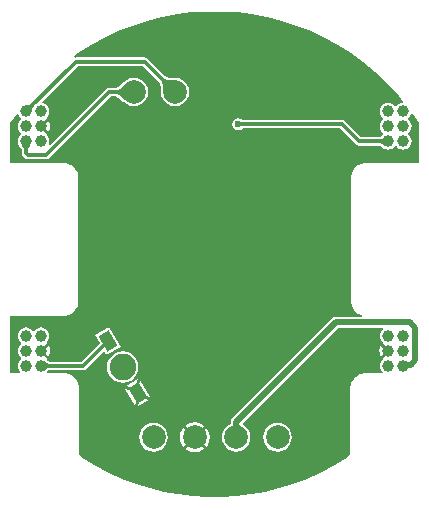
<source format=gbl>
G04*
G04 #@! TF.GenerationSoftware,Altium Limited,Altium Designer,20.1.8 (145)*
G04*
G04 Layer_Physical_Order=2*
G04 Layer_Color=16711680*
%FSTAX43Y43*%
%MOMM*%
G71*
G04*
G04 #@! TF.SameCoordinates,8B20E40A-8CB9-48A9-811E-0C373115A3CC*
G04*
G04*
G04 #@! TF.FilePolarity,Positive*
G04*
G01*
G75*
%ADD19C,0.300*%
%ADD20C,0.500*%
%ADD21C,2.000*%
%ADD22C,1.000*%
%ADD23C,2.250*%
%ADD24C,0.600*%
G04:AMPARAMS|DCode=25|XSize=1.5mm|YSize=1mm|CornerRadius=0mm|HoleSize=0mm|Usage=FLASHONLY|Rotation=300.000|XOffset=0mm|YOffset=0mm|HoleType=Round|Shape=Rectangle|*
%AMROTATEDRECTD25*
4,1,4,-0.808,0.400,0.058,0.900,0.808,-0.400,-0.058,-0.900,-0.808,0.400,0.0*
%
%ADD25ROTATEDRECTD25*%

G36*
X0101134Y0112463D02*
X0101198Y0112423D01*
X0101272Y0112388D01*
X0101357Y0112358D01*
X0101452Y0112332D01*
X0101558Y0112312D01*
X0101675Y0112296D01*
X010194Y011228D01*
X0102089Y0112279D01*
X0101099Y0111289D01*
X0101098Y0111438D01*
X0101082Y0111703D01*
X0101066Y011182D01*
X0101046Y0111926D01*
X010102Y0112021D01*
X010099Y0112106D01*
X0100955Y011218D01*
X0100915Y0112244D01*
X010087Y0112296D01*
X0101082Y0112508D01*
X0101134Y0112463D01*
D02*
G37*
G36*
X0097885Y0110579D02*
X0097779Y0110684D01*
X009758Y0110859D01*
X0097486Y0110931D01*
X0097397Y0110992D01*
X0097311Y0111041D01*
X009723Y0111079D01*
X0097153Y0111107D01*
X0097079Y0111123D01*
X009701Y0111129D01*
Y0111429D01*
X0097079Y0111435D01*
X0097153Y0111451D01*
X009723Y0111479D01*
X0097311Y0111517D01*
X0097397Y0111566D01*
X0097486Y0111627D01*
X009758Y0111699D01*
X0097779Y0111874D01*
X0097885Y0111979D01*
Y0110579D01*
D02*
G37*
G36*
X010737Y011802D02*
X010865Y0117859D01*
X0109917Y0117619D01*
X0111167Y0117299D01*
X0112394Y0116902D01*
X0113593Y0116428D01*
X0114761Y011588D01*
X0115892Y011526D01*
X0116982Y011457D01*
X0118026Y0113814D01*
X0119021Y0112993D01*
X0119962Y0112111D01*
X0120847Y0111173D01*
X0121428Y0110473D01*
X0121367Y0110347D01*
X0121236Y011033D01*
X0121066Y0110259D01*
X0120919Y0110147D01*
X0120862Y0110073D01*
X0120705D01*
X0120648Y0110147D01*
X0120502Y0110259D01*
X0120331Y011033D01*
X0120149Y0110354D01*
X0119966Y011033D01*
X0119796Y0110259D01*
X0119649Y0110147D01*
X0119537Y0110001D01*
X0119467Y010983D01*
X0119443Y0109648D01*
X0119467Y0109465D01*
X0119537Y0109295D01*
X0119649Y0109148D01*
X0119724Y0109091D01*
Y0108934D01*
X0119649Y0108877D01*
X0119537Y0108731D01*
X0119467Y010856D01*
X0119443Y0108378D01*
X0119467Y0108195D01*
X0119537Y0108025D01*
X0119649Y0107878D01*
X0119724Y0107821D01*
Y0107664D01*
X0119649Y0107607D01*
X011964Y0107595D01*
X0119615Y0107571D01*
X0119585Y0107546D01*
X0119556Y0107524D01*
X0119528Y0107506D01*
X0119501Y0107492D01*
X0119475Y0107481D01*
X0119449Y0107472D01*
X0119423Y0107467D01*
X0119409Y0107465D01*
X0117793D01*
X0116451Y0108806D01*
X0116336Y0108884D01*
X0116199Y0108911D01*
X0107832D01*
X0107826Y0108912D01*
X0107812Y0108914D01*
X010781Y0108914D01*
X0107809Y0108914D01*
X0107644Y0109025D01*
X0107449Y0109064D01*
X0107254Y0109025D01*
X0107089Y0108914D01*
X0106978Y0108749D01*
X0106939Y0108554D01*
X0106978Y0108359D01*
X0107089Y0108194D01*
X0107254Y0108083D01*
X0107449Y0108044D01*
X0107644Y0108083D01*
X0107809Y0108194D01*
X010781Y0108194D01*
X0107812Y0108194D01*
X0107823Y0108196D01*
X0107837Y0108197D01*
X0116051D01*
X0117393Y0106855D01*
X0117509Y0106778D01*
X0117645Y0106751D01*
X0119409D01*
X0119423Y0106749D01*
X0119449Y0106743D01*
X0119475Y0106735D01*
X0119501Y0106723D01*
X0119528Y0106709D01*
X0119556Y0106691D01*
X0119585Y010667D01*
X0119615Y0106644D01*
X011964Y010662D01*
X0119649Y0106608D01*
X0119796Y0106496D01*
X0119966Y0106426D01*
X0120149Y0106402D01*
X0120331Y0106426D01*
X0120502Y0106496D01*
X0120648Y0106608D01*
X0120705Y0106683D01*
X0120862D01*
X0120919Y0106608D01*
X0121066Y0106496D01*
X0121236Y0106426D01*
X0121419Y0106402D01*
X0121601Y0106426D01*
X0121772Y0106496D01*
X0121918Y0106608D01*
X012203Y0106755D01*
X0122101Y0106925D01*
X0122125Y0107108D01*
X0122101Y010729D01*
X012203Y0107461D01*
X0121918Y0107607D01*
X0121844Y0107664D01*
Y0107821D01*
X0121918Y0107878D01*
X012203Y0108025D01*
X0122101Y0108195D01*
X0122125Y0108378D01*
X0122101Y010856D01*
X012203Y0108731D01*
X0121918Y0108877D01*
X0121844Y0108934D01*
Y0109091D01*
X0121918Y0109148D01*
X012203Y0109295D01*
X0122077Y0109407D01*
X0122218Y0109429D01*
X012243Y0109138D01*
X0122745Y0108644D01*
Y0105258D01*
X0118199D01*
X0118194Y0105257D01*
X0118189Y0105258D01*
X0118091Y0105253D01*
X0118076Y0105249D01*
X0118061D01*
X0117869Y0105211D01*
X011785Y0105203D01*
X0117831Y0105199D01*
X011765Y0105124D01*
X0117633Y0105113D01*
X0117614Y0105105D01*
X0117451Y0104997D01*
X0117437Y0104982D01*
X011742Y0104971D01*
X0117282Y0104833D01*
X0117271Y0104816D01*
X0117256Y0104802D01*
X0117148Y0104639D01*
X011714Y010462D01*
X0117129Y0104603D01*
X0117054Y0104422D01*
X011705Y0104403D01*
X0117042Y0104384D01*
X0117004Y0104192D01*
Y0104177D01*
X0117Y0104162D01*
X0116995Y0104064D01*
X0116996Y0104059D01*
X0116995Y0104054D01*
Y0093554D01*
X0116996Y0093549D01*
X0116995Y0093544D01*
X0117Y0093446D01*
X0117004Y0093431D01*
Y0093416D01*
X0117042Y0093224D01*
X011705Y0093205D01*
X0117054Y0093186D01*
X0117129Y0093005D01*
X011714Y0092988D01*
X0117148Y0092969D01*
X0117256Y0092806D01*
X0117271Y0092792D01*
X0117282Y0092775D01*
X011742Y0092637D01*
X0117437Y0092626D01*
X0117451Y0092611D01*
X0117614Y0092503D01*
X0117633Y0092495D01*
X011765Y0092484D01*
X0117831Y0092409D01*
X011785Y0092405D01*
X0117869Y0092397D01*
X0117905Y009239D01*
X0117893Y0092263D01*
X0115699D01*
X0115523Y0092228D01*
X0115375Y0092128D01*
X010695Y0083703D01*
X010685Y0083555D01*
X0106815Y0083379D01*
Y0083266D01*
X0106811Y0083228D01*
X0106804Y0083194D01*
X0106798Y0083169D01*
X0106792Y0083154D01*
X010679Y0083152D01*
X0106669Y0083102D01*
X0106418Y008291D01*
X0106226Y0082659D01*
X0106105Y0082367D01*
X0106064Y0082054D01*
X0106105Y0081741D01*
X0106226Y0081449D01*
X0106418Y0081198D01*
X0106669Y0081006D01*
X0106961Y0080885D01*
X0107274Y0080844D01*
X0107587Y0080885D01*
X0107879Y0081006D01*
X010813Y0081198D01*
X0108322Y0081449D01*
X0108443Y0081741D01*
X0108484Y0082054D01*
X0108443Y0082367D01*
X0108322Y0082659D01*
X010813Y008291D01*
X0107879Y0083102D01*
X0107841Y0083118D01*
X0107812Y0083268D01*
X0115889Y0091345D01*
X0119699D01*
X0119742Y0091218D01*
X0119649Y0091147D01*
X0119537Y0091001D01*
X0119467Y009083D01*
X0119443Y0090648D01*
X0119467Y0090465D01*
X0119537Y0090295D01*
X0119649Y0090148D01*
X0119678Y0090127D01*
Y0090028D01*
X0120239Y0089468D01*
X0120149Y0089378D01*
X0120239Y0089288D01*
X0119678Y0088727D01*
Y0088629D01*
X0119649Y0088607D01*
X0119537Y0088461D01*
X0119467Y008829D01*
X0119443Y0088108D01*
X0119467Y0087925D01*
X0119537Y0087755D01*
X0119649Y0087608D01*
X011968Y0087585D01*
X0119637Y0087458D01*
X0118149D01*
X0118144Y0087457D01*
X0118139Y0087458D01*
X0118041Y0087453D01*
X0118026Y0087449D01*
X0118011D01*
X0117819Y0087411D01*
X01178Y0087403D01*
X0117781Y0087399D01*
X01176Y0087324D01*
X0117583Y0087313D01*
X0117564Y0087305D01*
X0117401Y0087197D01*
X0117387Y0087182D01*
X011737Y0087171D01*
X0117232Y0087033D01*
X0117221Y0087016D01*
X0117206Y0087002D01*
X0117098Y0086839D01*
X011709Y008682D01*
X0117079Y0086803D01*
X0117004Y0086622D01*
X0117Y0086603D01*
X0116992Y0086584D01*
X0116954Y0086392D01*
Y0086377D01*
X011695Y0086362D01*
X0116945Y0086264D01*
X0116946Y0086259D01*
X0116945Y0086254D01*
Y0080525D01*
X0116525Y0080238D01*
X0115468Y0079606D01*
X0114375Y0079038D01*
X011325Y0078536D01*
X0112097Y0078103D01*
X011092Y007774D01*
X0109723Y0077448D01*
X0108511Y0077228D01*
X0107288Y0077081D01*
X0106058Y0077008D01*
X0104826Y0077008D01*
X0103597Y0077082D01*
X0102374Y007723D01*
X0101162Y0077451D01*
X0099965Y0077744D01*
X0098788Y0078108D01*
X0097635Y0078542D01*
X0096511Y0079044D01*
X0095418Y0079613D01*
X0094361Y0080246D01*
X0093941Y0080533D01*
Y0086262D01*
X009394Y0086267D01*
X0093941Y0086272D01*
X0093936Y008637D01*
X0093933Y0086385D01*
Y00864D01*
X0093894Y0086592D01*
X0093887Y0086611D01*
X0093883Y008663D01*
X0093808Y0086811D01*
X0093797Y0086828D01*
X0093789Y0086847D01*
X009368Y008701D01*
X0093666Y0087024D01*
X0093655Y008704D01*
X0093516Y0087179D01*
X0093499Y008719D01*
X0093485Y0087204D01*
X0093322Y0087313D01*
X0093304Y0087321D01*
X0093287Y0087332D01*
X0093106Y0087407D01*
X0093086Y0087411D01*
X0093068Y0087419D01*
X0092875Y0087457D01*
X009286D01*
X0092846Y0087461D01*
X0092748Y0087466D01*
X0092743Y0087465D01*
X0092738Y0087466D01*
X0091271D01*
X0091228Y0087593D01*
X0091248Y0087608D01*
X0091257Y008762D01*
X0091282Y0087644D01*
X0091312Y008767D01*
X0091341Y0087691D01*
X0091369Y0087709D01*
X0091396Y0087723D01*
X0091423Y0087735D01*
X0091449Y0087743D01*
X0091474Y0087749D01*
X0091488Y0087751D01*
X0094304D01*
X0094441Y0087778D01*
X0094557Y0087855D01*
X0095998Y0089296D01*
X0096123Y008928D01*
X0096268Y008903D01*
X009748Y008973D01*
X009653Y0091375D01*
X0095318Y0090675D01*
X0095702Y009001D01*
X0094156Y0088465D01*
X0091488D01*
X0091474Y0088467D01*
X0091449Y0088472D01*
X0091423Y0088481D01*
X0091396Y0088492D01*
X0091369Y0088506D01*
X0091341Y0088524D01*
X0091312Y0088546D01*
X0091282Y0088571D01*
X0091257Y0088595D01*
X0091248Y0088607D01*
X009122Y0088629D01*
Y0088727D01*
X0090659Y0089288D01*
X0090749Y0089378D01*
X0090659Y0089468D01*
X009122Y0090028D01*
Y0090127D01*
X0091248Y0090148D01*
X009136Y0090295D01*
X0091431Y0090465D01*
X0091455Y0090648D01*
X0091431Y009083D01*
X009136Y0091001D01*
X0091248Y0091147D01*
X0091102Y0091259D01*
X0090931Y009133D01*
X0090749Y0091354D01*
X0090566Y009133D01*
X0090396Y0091259D01*
X0090249Y0091147D01*
X0090192Y0091073D01*
X0090035D01*
X0089978Y0091147D01*
X0089832Y0091259D01*
X0089661Y009133D01*
X0089479Y0091354D01*
X0089296Y009133D01*
X0089126Y0091259D01*
X0088979Y0091147D01*
X0088867Y0091001D01*
X0088797Y009083D01*
X0088773Y0090648D01*
X0088797Y0090465D01*
X0088867Y0090295D01*
X0088979Y0090148D01*
X0089054Y0090091D01*
Y0089934D01*
X0088979Y0089877D01*
X0088867Y0089731D01*
X0088797Y008956D01*
X0088773Y0089378D01*
X0088797Y0089195D01*
X0088867Y0089025D01*
X0088979Y0088878D01*
X0089054Y0088821D01*
Y0088664D01*
X0088979Y0088607D01*
X0088867Y0088461D01*
X0088797Y008829D01*
X0088773Y0088108D01*
X0088797Y0087925D01*
X0088867Y0087755D01*
X0088979Y0087608D01*
X0089Y0087593D01*
X0088957Y0087466D01*
X0088141D01*
Y009235D01*
X0092699D01*
X0092704Y0092351D01*
X0092709Y009235D01*
X0092807Y0092355D01*
X0092822Y0092359D01*
X0092837D01*
X0093029Y0092397D01*
X0093048Y0092405D01*
X0093067Y0092409D01*
X0093248Y0092484D01*
X0093265Y0092495D01*
X0093284Y0092503D01*
X0093447Y0092611D01*
X0093461Y0092626D01*
X0093478Y0092637D01*
X0093616Y0092775D01*
X0093627Y0092792D01*
X0093642Y0092806D01*
X009375Y0092969D01*
X0093758Y0092988D01*
X0093769Y0093005D01*
X0093844Y0093186D01*
X0093848Y0093205D01*
X0093856Y0093224D01*
X0093894Y0093416D01*
Y0093431D01*
X0093898Y0093446D01*
X0093903Y0093544D01*
X0093902Y0093549D01*
X0093903Y0093554D01*
Y0104054D01*
X0093902Y0104059D01*
X0093903Y0104064D01*
X0093898Y0104162D01*
X0093894Y0104177D01*
Y0104192D01*
X0093856Y0104384D01*
X0093848Y0104403D01*
X0093844Y0104422D01*
X0093769Y0104603D01*
X0093758Y010462D01*
X009375Y0104639D01*
X0093642Y0104802D01*
X0093627Y0104816D01*
X0093616Y0104833D01*
X0093478Y0104971D01*
X0093461Y0104982D01*
X0093447Y0104997D01*
X0093284Y0105105D01*
X0093265Y0105113D01*
X0093248Y0105124D01*
X0093067Y0105199D01*
X0093048Y0105203D01*
X0093029Y0105211D01*
X0092837Y0105249D01*
X0092822D01*
X0092807Y0105253D01*
X0092709Y0105258D01*
X0092704Y0105257D01*
X0092699Y0105258D01*
X0088141D01*
Y0108626D01*
X0088456Y010912D01*
X0088679Y0109428D01*
X0088821Y0109407D01*
X0088867Y0109295D01*
X0088979Y0109148D01*
X0089054Y0109091D01*
Y0108934D01*
X0088979Y0108877D01*
X0088867Y0108731D01*
X0088797Y010856D01*
X0088773Y0108378D01*
X0088797Y0108195D01*
X0088867Y0108025D01*
X0088979Y0107878D01*
X0089054Y0107821D01*
Y0107664D01*
X0088979Y0107607D01*
X0088867Y0107461D01*
X0088797Y010729D01*
X0088773Y0107108D01*
X0088797Y0106925D01*
X0088867Y0106755D01*
X0088979Y0106608D01*
X0088991Y01066D01*
X0089015Y0106574D01*
X0089041Y0106544D01*
X0089062Y0106515D01*
X008908Y0106487D01*
X0089094Y010646D01*
X0089106Y0106434D01*
X0089114Y0106408D01*
X008912Y0106382D01*
X0089122Y0106368D01*
Y0106105D01*
X0089149Y0105968D01*
X0089226Y0105852D01*
X0089402Y0105677D01*
X0089518Y0105599D01*
X0089654Y0105572D01*
X0091174D01*
X0091311Y0105599D01*
X0091426Y0105677D01*
X0096672Y0110922D01*
X0097039D01*
X0097049Y0110921D01*
X0097096Y0110911D01*
X0097152Y0110891D01*
X0097216Y011086D01*
X0097288Y0110819D01*
X0097367Y0110765D01*
X009745Y0110702D01*
X009764Y0110534D01*
X0097714Y0110461D01*
X0097743Y0110423D01*
X0097994Y0110231D01*
X0098286Y011011D01*
X0098599Y0110069D01*
X0098912Y011011D01*
X0099204Y0110231D01*
X0099455Y0110423D01*
X0099647Y0110674D01*
X0099768Y0110966D01*
X0099809Y0111279D01*
X0099768Y0111592D01*
X0099647Y0111884D01*
X0099455Y0112135D01*
X0099204Y0112327D01*
X0098912Y0112448D01*
X0098599Y0112489D01*
X0098286Y0112448D01*
X0097994Y0112327D01*
X0097743Y0112135D01*
X0097714Y0112097D01*
X009764Y0112024D01*
X009745Y0111856D01*
X0097367Y0111793D01*
X0097288Y0111739D01*
X0097216Y0111698D01*
X0097152Y0111667D01*
X0097096Y0111647D01*
X0097049Y0111637D01*
X0097039Y0111636D01*
X0096524D01*
X0096387Y0111609D01*
X0096272Y0111531D01*
X0091499Y0106759D01*
X0091392Y0106831D01*
X0091431Y0106925D01*
X0091455Y0107108D01*
X0091431Y010729D01*
X009136Y0107461D01*
X0091248Y0107607D01*
X009122Y0107629D01*
Y0107727D01*
X0090659Y0108288D01*
X0090749Y0108378D01*
X0090659Y0108468D01*
X009122Y0109028D01*
Y0109127D01*
X0091248Y0109148D01*
X009136Y0109295D01*
X0091431Y0109465D01*
X0091455Y0109648D01*
X0091431Y010983D01*
X009136Y0110001D01*
X0091248Y0110147D01*
X0091102Y0110259D01*
X0090931Y011033D01*
X0090867Y0110338D01*
X0090822Y0110472D01*
X0093847Y0113497D01*
X0099376D01*
X0100347Y0112527D01*
X0100347Y0112527D01*
X0100744Y011213D01*
X010075Y0112122D01*
X0100776Y0112082D01*
X0100801Y0112028D01*
X0100825Y0111961D01*
X0100847Y011188D01*
X0100865Y0111787D01*
X0100879Y0111683D01*
X0100894Y0111431D01*
X0100895Y0111327D01*
X0100889Y0111279D01*
X010093Y0110966D01*
X0101051Y0110674D01*
X0101243Y0110423D01*
X0101494Y0110231D01*
X0101786Y011011D01*
X0102099Y0110069D01*
X0102412Y011011D01*
X0102704Y0110231D01*
X0102955Y0110423D01*
X0103147Y0110674D01*
X0103268Y0110966D01*
X0103309Y0111279D01*
X0103268Y0111592D01*
X0103147Y0111884D01*
X0102955Y0112135D01*
X0102704Y0112327D01*
X0102412Y0112448D01*
X0102099Y0112489D01*
X0102051Y0112483D01*
X0101947Y0112484D01*
X0101695Y0112499D01*
X0101591Y0112513D01*
X0101498Y0112531D01*
X0101417Y0112553D01*
X010135Y0112577D01*
X0101296Y0112602D01*
X0101256Y0112628D01*
X0101248Y0112634D01*
X0100851Y0113031D01*
X0100851Y0113031D01*
X0099776Y0114106D01*
X0099661Y0114184D01*
X0099524Y0114211D01*
X0093699D01*
X0093613Y0114194D01*
X0093561Y0114313D01*
X0093899Y0114558D01*
X0094988Y0115249D01*
X0096118Y011587D01*
X0097285Y011642D01*
X0098484Y0116894D01*
X0099711Y0117293D01*
X010096Y0117614D01*
X0102227Y0117856D01*
X0103506Y0118018D01*
X0104793Y01181D01*
X0106083Y01181D01*
X010737Y011802D01*
D02*
G37*
G36*
X0090139Y0110082D02*
X0090109Y0110049D01*
X0090082Y0110014D01*
X0090058Y0109976D01*
X0090038Y0109936D01*
X009002Y0109893D01*
X0090006Y0109848D01*
X0089994Y0109801D01*
X0089986Y010975D01*
X0089981Y0109698D01*
X0089979Y0109643D01*
X0089494Y0110148D01*
X0089548Y0110148D01*
X00896Y0110151D01*
X008965Y0110158D01*
X0089697Y0110168D01*
X0089742Y0110181D01*
X0089785Y0110198D01*
X0089825Y0110218D01*
X0089863Y0110241D01*
X0089898Y0110268D01*
X0089931Y0110298D01*
X0090139Y0110082D01*
D02*
G37*
G36*
X0107676Y0108753D02*
X0107691Y0108742D01*
X0107708Y0108733D01*
X0107728Y0108726D01*
X0107749Y0108719D01*
X0107773Y0108714D01*
X0107798Y0108709D01*
X0107826Y0108706D01*
X0107889Y0108704D01*
Y0108404D01*
X0107857Y0108403D01*
X0107798Y0108399D01*
X0107773Y0108394D01*
X0107749Y0108389D01*
X0107728Y0108382D01*
X0107708Y0108375D01*
X0107691Y0108366D01*
X0107676Y0108355D01*
X0107663Y0108344D01*
Y0108764D01*
X0107676Y0108753D01*
D02*
G37*
G36*
X0119792Y0106758D02*
X0119752Y0106796D01*
X0119712Y010683D01*
X0119672Y010686D01*
X011963Y0106886D01*
X0119589Y0106908D01*
X0119546Y0106926D01*
X0119504Y010694D01*
X011946Y010695D01*
X0119416Y0106956D01*
X0119372Y0106958D01*
Y0107258D01*
X0119416Y010726D01*
X011946Y0107266D01*
X0119504Y0107276D01*
X0119546Y010729D01*
X0119589Y0107308D01*
X011963Y010733D01*
X0119672Y0107356D01*
X0119712Y0107386D01*
X0119752Y010742D01*
X0119792Y0107458D01*
Y0106758D01*
D02*
G37*
G36*
X0089791Y0106711D02*
X0089757Y0106671D01*
X0089727Y0106631D01*
X0089701Y0106589D01*
X0089679Y0106548D01*
X0089661Y0106505D01*
X0089647Y0106463D01*
X0089637Y0106419D01*
X0089631Y0106375D01*
X0089629Y0106331D01*
X0089329D01*
X0089327Y0106375D01*
X0089321Y0106419D01*
X0089311Y0106463D01*
X0089297Y0106505D01*
X0089279Y0106548D01*
X0089257Y0106589D01*
X0089231Y0106631D01*
X0089201Y0106671D01*
X0089167Y0106711D01*
X0089129Y0106751D01*
X0089829D01*
X0089791Y0106711D01*
D02*
G37*
G36*
X0091145Y008842D02*
X0091185Y0088386D01*
X0091226Y0088356D01*
X0091267Y008833D01*
X0091309Y0088308D01*
X0091351Y008829D01*
X0091394Y0088276D01*
X0091437Y0088266D01*
X0091481Y008826D01*
X0091526Y0088258D01*
Y0087958D01*
X0091481Y0087956D01*
X0091437Y008795D01*
X0091394Y008794D01*
X0091351Y0087926D01*
X0091309Y0087908D01*
X0091267Y0087886D01*
X0091226Y008786D01*
X0091185Y008783D01*
X0091145Y0087796D01*
X0091106Y0087758D01*
Y0088458D01*
X0091145Y008842D01*
D02*
G37*
G36*
X0107525Y0083313D02*
X0107536Y0083197D01*
X0107545Y0083149D01*
X0107556Y0083106D01*
X0107571Y0083069D01*
X0107587Y0083038D01*
X0107607Y0083012D01*
X0107629Y0082993D01*
X0107653Y0082979D01*
X0106895D01*
X0106919Y0082993D01*
X0106941Y0083012D01*
X0106961Y0083038D01*
X0106978Y0083069D01*
X0106992Y0083106D01*
X0107003Y0083149D01*
X0107012Y0083197D01*
X0107019Y0083252D01*
X0107023Y0083313D01*
X0107024Y0083379D01*
X0107524D01*
X0107525Y0083313D01*
D02*
G37*
%LPC*%
G36*
X0091364Y0108814D02*
X0090928Y0108378D01*
X0091364Y0107942D01*
X0091407Y0107997D01*
X0091483Y0108181D01*
X0091509Y0108378D01*
X0091483Y0108575D01*
X0091407Y0108758D01*
X0091364Y0108814D01*
D02*
G37*
G36*
Y0089814D02*
X0090928Y0089378D01*
X0091364Y0088942D01*
X0091407Y0088997D01*
X0091483Y0089181D01*
X0091509Y0089378D01*
X0091483Y0089575D01*
X0091407Y0089758D01*
X0091364Y0089814D01*
D02*
G37*
G36*
X0119533Y0089814D02*
X011949Y0089758D01*
X0119414Y0089575D01*
X0119388Y0089378D01*
X0119414Y0089181D01*
X011949Y0088997D01*
X0119533Y0088942D01*
X0119969Y0089378D01*
X0119533Y0089814D01*
D02*
G37*
G36*
X0097661Y0089352D02*
X0097316Y0089307D01*
X0096993Y0089173D01*
X0096716Y0088961D01*
X0096504Y0088684D01*
X0096371Y0088362D01*
X0096325Y0088016D01*
X0096371Y008767D01*
X0096504Y0087348D01*
X0096716Y0087071D01*
X0096993Y0086858D01*
X0097316Y0086725D01*
X0097661Y0086679D01*
X0098007Y0086725D01*
X009833Y0086858D01*
X0098606Y0087071D01*
X0098819Y0087348D01*
X0098952Y008767D01*
X0098998Y0088016D01*
X0098952Y0088362D01*
X0098819Y0088684D01*
X0098606Y0088961D01*
X009833Y0089173D01*
X0098007Y0089307D01*
X0097661Y0089352D01*
D02*
G37*
G36*
X0098919Y0086986D02*
X0097925Y0086411D01*
X0098709Y0086201D01*
X0098919Y0086986D01*
D02*
G37*
G36*
X0099165Y008692D02*
X0098922Y0086013D01*
X0098799Y0086046D01*
X0098766Y0085923D01*
X0097859Y0086166D01*
X0098683Y0084738D01*
X0098926Y0085645D01*
X0099049Y0085612D01*
X0099082Y0085735D01*
X0099989Y0085492D01*
X0099165Y008692D01*
D02*
G37*
G36*
X0099139Y0085457D02*
X0098929Y0084672D01*
X0099923Y0085247D01*
X0099139Y0085457D01*
D02*
G37*
G36*
X0103774Y0083319D02*
X0103447Y0083276D01*
X0103142Y0083149D01*
X0102981Y0083026D01*
X0103774Y0082234D01*
X0104567Y0083026D01*
X0104406Y0083149D01*
X0104101Y0083276D01*
X0103774Y0083319D01*
D02*
G37*
G36*
X0102802Y0082847D02*
X0102679Y0082686D01*
X0102552Y0082381D01*
X0102509Y0082054D01*
X0102552Y0081727D01*
X0102679Y0081422D01*
X0102802Y0081261D01*
X0103594Y0082054D01*
X0102802Y0082847D01*
D02*
G37*
G36*
X0104746Y0082847D02*
X0103954Y0082054D01*
X0104746Y0081261D01*
X0104869Y0081422D01*
X0104996Y0081727D01*
X0105039Y0082054D01*
X0104996Y0082381D01*
X0104869Y0082686D01*
X0104746Y0082847D01*
D02*
G37*
G36*
X0110774Y0083264D02*
X0110461Y0083223D01*
X0110169Y0083102D01*
X0109918Y008291D01*
X0109726Y0082659D01*
X0109605Y0082367D01*
X0109564Y0082054D01*
X0109605Y0081741D01*
X0109726Y0081449D01*
X0109918Y0081198D01*
X0110169Y0081006D01*
X0110461Y0080885D01*
X0110774Y0080844D01*
X0111087Y0080885D01*
X0111379Y0081006D01*
X011163Y0081198D01*
X0111822Y0081449D01*
X0111943Y0081741D01*
X0111984Y0082054D01*
X0111943Y0082367D01*
X0111822Y0082659D01*
X011163Y008291D01*
X0111379Y0083102D01*
X0111087Y0083223D01*
X0110774Y0083264D01*
D02*
G37*
G36*
X0100274D02*
X0099961Y0083223D01*
X0099669Y0083102D01*
X0099418Y008291D01*
X0099226Y0082659D01*
X0099105Y0082367D01*
X0099064Y0082054D01*
X0099105Y0081741D01*
X0099226Y0081449D01*
X0099418Y0081198D01*
X0099669Y0081006D01*
X0099961Y0080885D01*
X0100274Y0080844D01*
X0100587Y0080885D01*
X0100879Y0081006D01*
X010113Y0081198D01*
X0101322Y0081449D01*
X0101443Y0081741D01*
X0101484Y0082054D01*
X0101443Y0082367D01*
X0101322Y0082659D01*
X010113Y008291D01*
X0100879Y0083102D01*
X0100587Y0083223D01*
X0100274Y0083264D01*
D02*
G37*
G36*
X0103774Y0081874D02*
X0102981Y0081082D01*
X0103142Y0080959D01*
X0103447Y0080832D01*
X0103774Y0080789D01*
X0104101Y0080832D01*
X0104406Y0080959D01*
X0104567Y0081082D01*
X0103774Y0081874D01*
D02*
G37*
%LPD*%
D19*
X0089479Y0109648D02*
X0089493D01*
X0093699Y0113854D02*
X0099524D01*
X0089493Y0109648D02*
X0093699Y0113854D01*
X0100599Y0112779D02*
Y0112779D01*
X0099524Y0113854D02*
X0100599Y0112779D01*
X0096524Y0111279D02*
X0098599D01*
X0089654Y0105929D02*
X0091174D01*
X0096524Y0111279D01*
X0089479Y0106105D02*
X0089654Y0105929D01*
X0089479Y0106105D02*
Y0107108D01*
X0100599Y0112779D02*
X0102099Y0111279D01*
X0090749Y0088108D02*
X0094304D01*
X0096399Y0090202D01*
X0116199Y0108554D02*
X0117645Y0107108D01*
X0120149D01*
X0107449Y0108554D02*
X0116199D01*
D20*
X0107274Y0081604D02*
Y0083379D01*
X0115699Y0091804D01*
X0121949D01*
X0122449Y0088554D02*
Y0091304D01*
X0121419Y0088108D02*
X0121485Y0088174D01*
X0122069D01*
X0122449Y0088554D01*
X0121949Y0091804D02*
X0122449Y0091304D01*
D21*
X0098599Y0111279D02*
D03*
X0102099D02*
D03*
X0103774Y0082054D02*
D03*
X0100274D02*
D03*
X0107274D02*
D03*
X0110774D02*
D03*
D22*
X0089479Y0090648D02*
D03*
X0090749D02*
D03*
X0089479Y0089378D02*
D03*
X0090749D02*
D03*
X0089479Y0088108D02*
D03*
X0090749D02*
D03*
X0089479Y0109648D02*
D03*
X0090749D02*
D03*
X0089479Y0108378D02*
D03*
X0090749D02*
D03*
X0089479Y0107108D02*
D03*
X0090749D02*
D03*
X0120149Y0090648D02*
D03*
X0121419D02*
D03*
X0120149Y0089378D02*
D03*
X0121419D02*
D03*
X0120149Y0088108D02*
D03*
X0121419D02*
D03*
X0120149Y0109648D02*
D03*
X0121419D02*
D03*
X0120149Y0108378D02*
D03*
X0121419D02*
D03*
X0120149Y0107108D02*
D03*
X0121419D02*
D03*
D23*
X0097661Y0088016D02*
D03*
D24*
X0107449Y0108554D02*
D03*
D25*
X0096399Y0090202D02*
D03*
X0098924Y0085829D02*
D03*
M02*

</source>
